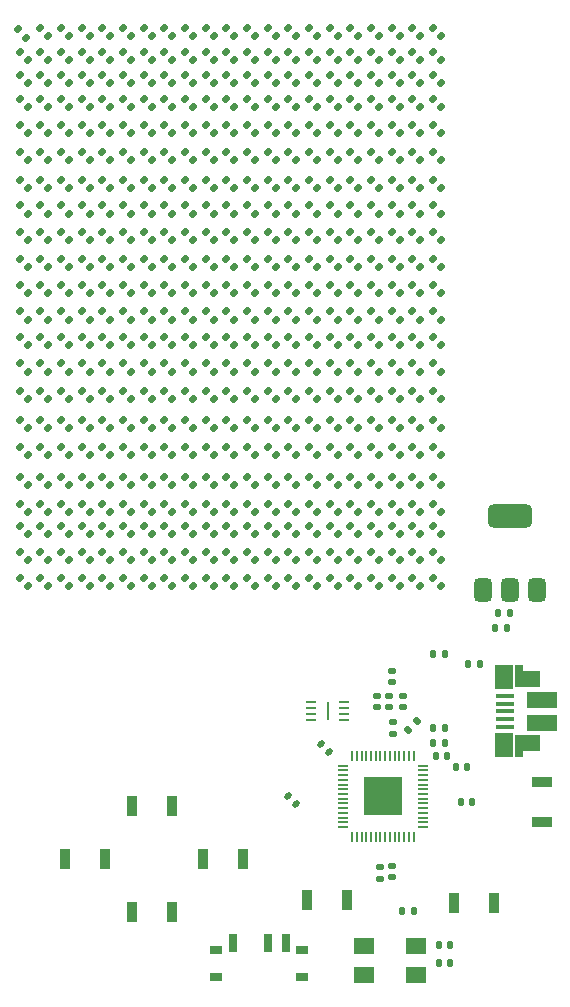
<source format=gbr>
%TF.GenerationSoftware,KiCad,Pcbnew,8.0.3*%
%TF.CreationDate,2024-08-11T15:35:29-05:00*%
%TF.ProjectId,tetrisBusinessCard,74657472-6973-4427-9573-696e65737343,rev?*%
%TF.SameCoordinates,Original*%
%TF.FileFunction,Paste,Top*%
%TF.FilePolarity,Positive*%
%FSLAX46Y46*%
G04 Gerber Fmt 4.6, Leading zero omitted, Abs format (unit mm)*
G04 Created by KiCad (PCBNEW 8.0.3) date 2024-08-11 15:35:29*
%MOMM*%
%LPD*%
G01*
G04 APERTURE LIST*
G04 Aperture macros list*
%AMRoundRect*
0 Rectangle with rounded corners*
0 $1 Rounding radius*
0 $2 $3 $4 $5 $6 $7 $8 $9 X,Y pos of 4 corners*
0 Add a 4 corners polygon primitive as box body*
4,1,4,$2,$3,$4,$5,$6,$7,$8,$9,$2,$3,0*
0 Add four circle primitives for the rounded corners*
1,1,$1+$1,$2,$3*
1,1,$1+$1,$4,$5*
1,1,$1+$1,$6,$7*
1,1,$1+$1,$8,$9*
0 Add four rect primitives between the rounded corners*
20,1,$1+$1,$2,$3,$4,$5,0*
20,1,$1+$1,$4,$5,$6,$7,0*
20,1,$1+$1,$6,$7,$8,$9,0*
20,1,$1+$1,$8,$9,$2,$3,0*%
G04 Aperture macros list end*
%ADD10C,0.000000*%
%ADD11RoundRect,0.147500X-0.226274X-0.017678X-0.017678X-0.226274X0.226274X0.017678X0.017678X0.226274X0*%
%ADD12RoundRect,0.140000X-0.219203X-0.021213X-0.021213X-0.219203X0.219203X0.021213X0.021213X0.219203X0*%
%ADD13RoundRect,0.140000X-0.170000X0.140000X-0.170000X-0.140000X0.170000X-0.140000X0.170000X0.140000X0*%
%ADD14RoundRect,0.135000X-0.185000X0.135000X-0.185000X-0.135000X0.185000X-0.135000X0.185000X0.135000X0*%
%ADD15RoundRect,0.140000X0.140000X0.170000X-0.140000X0.170000X-0.140000X-0.170000X0.140000X-0.170000X0*%
%ADD16R,1.800000X1.400000*%
%ADD17RoundRect,0.140000X-0.140000X-0.170000X0.140000X-0.170000X0.140000X0.170000X-0.140000X0.170000X0*%
%ADD18R,1.700000X0.900000*%
%ADD19R,0.812800X0.254000*%
%ADD20R,0.203200X1.600200*%
%ADD21R,0.900000X1.700000*%
%ADD22RoundRect,0.135000X0.135000X0.185000X-0.135000X0.185000X-0.135000X-0.185000X0.135000X-0.185000X0*%
%ADD23RoundRect,0.375000X0.375000X-0.625000X0.375000X0.625000X-0.375000X0.625000X-0.375000X-0.625000X0*%
%ADD24RoundRect,0.500000X1.400000X-0.500000X1.400000X0.500000X-1.400000X0.500000X-1.400000X-0.500000X0*%
%ADD25R,1.000000X0.800000*%
%ADD26R,0.700000X1.500000*%
%ADD27R,0.812800X0.177800*%
%ADD28R,0.177800X0.812800*%
%ADD29R,3.200400X3.200400*%
%ADD30RoundRect,0.135000X-0.035355X0.226274X-0.226274X0.035355X0.035355X-0.226274X0.226274X-0.035355X0*%
%ADD31R,1.650000X0.400000*%
%ADD32R,0.700000X1.825000*%
%ADD33R,1.500000X2.000000*%
%ADD34R,2.000000X1.350000*%
%ADD35R,2.500000X1.430000*%
%ADD36RoundRect,0.140000X0.219203X0.021213X0.021213X0.219203X-0.219203X-0.021213X-0.021213X-0.219203X0*%
%ADD37RoundRect,0.135000X-0.135000X-0.185000X0.135000X-0.185000X0.135000X0.185000X-0.135000X0.185000X0*%
%ADD38RoundRect,0.140000X0.170000X-0.140000X0.170000X0.140000X-0.170000X0.140000X-0.170000X-0.140000X0*%
G04 APERTURE END LIST*
D10*
%TO.C,U1*%
G36*
X206400000Y-86900000D02*
G01*
X204999800Y-86900000D01*
X204999800Y-85499800D01*
X206400000Y-85499800D01*
X206400000Y-86900000D01*
G37*
G36*
X206400000Y-88500200D02*
G01*
X204999800Y-88500200D01*
X204999800Y-87100000D01*
X206400000Y-87100000D01*
X206400000Y-88500200D01*
G37*
G36*
X208000200Y-86900000D02*
G01*
X206600000Y-86900000D01*
X206600000Y-85499800D01*
X208000200Y-85499800D01*
X208000200Y-86900000D01*
G37*
G36*
X208000200Y-88500200D02*
G01*
X206600000Y-88500200D01*
X206600000Y-87100000D01*
X208000200Y-87100000D01*
X208000200Y-88500200D01*
G37*
%TD*%
D11*
%TO.C,D56*%
X187990138Y-25942638D03*
X188676032Y-26628532D03*
%TD*%
%TO.C,D198*%
X196740138Y-41467638D03*
X197426032Y-42153532D03*
%TD*%
%TO.C,D290*%
X182740138Y-50347638D03*
X183426032Y-51033532D03*
%TD*%
%TO.C,D232*%
X210740138Y-45942638D03*
X211426032Y-46628532D03*
%TD*%
%TO.C,D68*%
X203740138Y-27967638D03*
X204426032Y-28653532D03*
%TD*%
%TO.C,D434*%
X187990138Y-66277638D03*
X188676032Y-66963532D03*
%TD*%
%TO.C,D57*%
X186240138Y-25942638D03*
X186926032Y-26628532D03*
%TD*%
%TO.C,D58*%
X184490138Y-25942638D03*
X185176032Y-26628532D03*
%TD*%
%TO.C,D74*%
X193240138Y-27967638D03*
X193926032Y-28653532D03*
%TD*%
%TO.C,D28*%
X200240138Y-23967638D03*
X200926032Y-24653532D03*
%TD*%
%TO.C,D430*%
X194990138Y-66277638D03*
X195676032Y-66963532D03*
%TD*%
%TO.C,D24*%
X207240138Y-23967638D03*
X207926032Y-24653532D03*
%TD*%
%TO.C,D22*%
X210740138Y-23967638D03*
X211426032Y-24653532D03*
%TD*%
D12*
%TO.C,C9*%
X201267642Y-82567642D03*
X201946464Y-83246464D03*
%TD*%
D11*
%TO.C,D242*%
X193240138Y-45942638D03*
X193926032Y-46628532D03*
%TD*%
%TO.C,D390*%
X191490138Y-62217638D03*
X192176032Y-62903532D03*
%TD*%
%TO.C,D264*%
X191490138Y-48122638D03*
X192176032Y-48808532D03*
%TD*%
%TO.C,D190*%
X210740138Y-41467638D03*
X211426032Y-42153532D03*
%TD*%
%TO.C,D399*%
X175740138Y-62217638D03*
X176426032Y-62903532D03*
%TD*%
%TO.C,D324*%
X196740138Y-55122638D03*
X197426032Y-55808532D03*
%TD*%
%TO.C,D302*%
X198490138Y-52692638D03*
X199176032Y-53378532D03*
%TD*%
%TO.C,D334*%
X179240138Y-55122638D03*
X179926032Y-55808532D03*
%TD*%
%TO.C,D201*%
X191490138Y-41467638D03*
X192176032Y-42153532D03*
%TD*%
%TO.C,D202*%
X189740138Y-41467638D03*
X190426032Y-42153532D03*
%TD*%
D13*
%TO.C,C12*%
X207250000Y-92885000D03*
X207250000Y-93845000D03*
%TD*%
D11*
%TO.C,D426*%
X201990138Y-66277638D03*
X202676032Y-66963532D03*
%TD*%
D14*
%TO.C,R1*%
X207400000Y-80680000D03*
X207400000Y-81700000D03*
%TD*%
D11*
%TO.C,D180*%
X191490138Y-39217638D03*
X192176032Y-39903532D03*
%TD*%
%TO.C,D452*%
X193240138Y-68467638D03*
X193926032Y-69153532D03*
%TD*%
%TO.C,D90*%
X201990138Y-30122638D03*
X202676032Y-30808532D03*
%TD*%
%TO.C,D384*%
X201990138Y-62217638D03*
X202676032Y-62903532D03*
%TD*%
%TO.C,D422*%
X208990138Y-66277638D03*
X209676032Y-66963532D03*
%TD*%
D15*
%TO.C,C1*%
X211930000Y-83550000D03*
X210970000Y-83550000D03*
%TD*%
D11*
%TO.C,D411*%
X191490138Y-64077638D03*
X192176032Y-64763532D03*
%TD*%
%TO.C,D4*%
X205490138Y-21942638D03*
X206176032Y-22628532D03*
%TD*%
%TO.C,D355*%
X179240138Y-57442638D03*
X179926032Y-58128532D03*
%TD*%
%TO.C,D98*%
X187990138Y-30122638D03*
X188676032Y-30808532D03*
%TD*%
%TO.C,D361*%
X205490138Y-59967638D03*
X206176032Y-60653532D03*
%TD*%
%TO.C,D366*%
X196740138Y-59967638D03*
X197426032Y-60653532D03*
%TD*%
%TO.C,D27*%
X201990138Y-23967638D03*
X202676032Y-24653532D03*
%TD*%
D16*
%TO.C,Y1*%
X209300000Y-99700000D03*
X204900000Y-99700000D03*
X204900000Y-102100000D03*
X209300000Y-102100000D03*
%TD*%
D11*
%TO.C,D52*%
X194990139Y-25942637D03*
X195676033Y-26628531D03*
%TD*%
%TO.C,D26*%
X203740138Y-23967638D03*
X204426032Y-24653532D03*
%TD*%
%TO.C,D34*%
X189740138Y-23967638D03*
X190426032Y-24653532D03*
%TD*%
%TO.C,D197*%
X198490138Y-41467638D03*
X199176032Y-42153532D03*
%TD*%
%TO.C,D185*%
X182740138Y-39217638D03*
X183426032Y-39903532D03*
%TD*%
%TO.C,D30*%
X196740138Y-23967638D03*
X197426032Y-24653532D03*
%TD*%
D17*
%TO.C,C16*%
X211220000Y-101100000D03*
X212180000Y-101100000D03*
%TD*%
D11*
%TO.C,D450*%
X196740138Y-68467638D03*
X197426032Y-69153532D03*
%TD*%
%TO.C,D453*%
X191490138Y-68467638D03*
X192176032Y-69153532D03*
%TD*%
%TO.C,D326*%
X193240138Y-55122638D03*
X193926032Y-55808532D03*
%TD*%
%TO.C,D273*%
X175740138Y-48122638D03*
X176426032Y-48808532D03*
%TD*%
%TO.C,D279*%
X201990138Y-50347638D03*
X202676032Y-51033532D03*
%TD*%
%TO.C,D266*%
X187990138Y-48122638D03*
X188676032Y-48808532D03*
%TD*%
%TO.C,D121*%
X184490138Y-32442638D03*
X185176032Y-33128532D03*
%TD*%
D13*
%TO.C,C3*%
X208200000Y-78470000D03*
X208200000Y-79430000D03*
%TD*%
D11*
%TO.C,D269*%
X182740138Y-48122638D03*
X183426032Y-48808532D03*
%TD*%
%TO.C,D192*%
X207240138Y-41467638D03*
X207926032Y-42153532D03*
%TD*%
%TO.C,D109*%
X205490138Y-32442638D03*
X206176032Y-33128532D03*
%TD*%
%TO.C,D368*%
X193240138Y-59967638D03*
X193926032Y-60653532D03*
%TD*%
%TO.C,D14*%
X187990138Y-21942638D03*
X188676032Y-22628532D03*
%TD*%
%TO.C,D41*%
X177490138Y-23967638D03*
X178176032Y-24653532D03*
%TD*%
D18*
%TO.C,SW8*%
X220000000Y-85800000D03*
X220000000Y-89200000D03*
%TD*%
D11*
%TO.C,D439*%
X179240138Y-66267638D03*
X179926032Y-66953532D03*
%TD*%
%TO.C,D223*%
X189740138Y-43717638D03*
X190426032Y-44403532D03*
%TD*%
%TO.C,D437*%
X182740138Y-66277638D03*
X183426032Y-66963532D03*
%TD*%
%TO.C,D80*%
X182740139Y-27967637D03*
X183426033Y-28653531D03*
%TD*%
%TO.C,D50*%
X198490138Y-25942638D03*
X199176032Y-26628532D03*
%TD*%
%TO.C,D63*%
X175740138Y-25942638D03*
X176426032Y-26628532D03*
%TD*%
%TO.C,D275*%
X208990138Y-50347638D03*
X209676032Y-51033532D03*
%TD*%
%TO.C,D208*%
X179240138Y-41467638D03*
X179926032Y-42153532D03*
%TD*%
%TO.C,D292*%
X179240138Y-50347638D03*
X179926032Y-51033532D03*
%TD*%
%TO.C,D147*%
X175740138Y-34777638D03*
X176426032Y-35463532D03*
%TD*%
%TO.C,D195*%
X201990138Y-41467638D03*
X202676032Y-42153532D03*
%TD*%
%TO.C,D351*%
X186240138Y-57442638D03*
X186926032Y-58128532D03*
%TD*%
%TO.C,D99*%
X186240138Y-30122638D03*
X186926032Y-30808532D03*
%TD*%
%TO.C,D59*%
X182740138Y-25942638D03*
X183426032Y-26628532D03*
%TD*%
%TO.C,D379*%
X210740138Y-62217638D03*
X211426032Y-62903532D03*
%TD*%
%TO.C,D376*%
X179240138Y-59967638D03*
X179926032Y-60653532D03*
%TD*%
%TO.C,D342*%
X201990138Y-57442638D03*
X202676032Y-58128532D03*
%TD*%
%TO.C,D409*%
X194990138Y-64077638D03*
X195676032Y-64763532D03*
%TD*%
%TO.C,D333*%
X180990138Y-55122638D03*
X181676032Y-55808532D03*
%TD*%
%TO.C,D220*%
X194990138Y-43717638D03*
X195676032Y-44403532D03*
%TD*%
%TO.C,D268*%
X184490138Y-48122638D03*
X185176032Y-48808532D03*
%TD*%
%TO.C,D35*%
X187990138Y-23967638D03*
X188676032Y-24653532D03*
%TD*%
%TO.C,D20*%
X177490138Y-21942638D03*
X178176032Y-22628532D03*
%TD*%
%TO.C,D295*%
X210740138Y-52692638D03*
X211426032Y-53378532D03*
%TD*%
%TO.C,D436*%
X184490138Y-66277638D03*
X185176032Y-66963532D03*
%TD*%
%TO.C,D454*%
X189740138Y-68467638D03*
X190426032Y-69153532D03*
%TD*%
D19*
%TO.C,U2*%
X200453200Y-78999999D03*
X200453200Y-79500000D03*
X200453200Y-80000000D03*
X200453200Y-80500001D03*
X203250000Y-80500001D03*
X203250000Y-80000000D03*
X203250000Y-79500000D03*
X203250000Y-78999999D03*
D20*
X201851600Y-79750000D03*
%TD*%
D11*
%TO.C,D116*%
X193240138Y-32442638D03*
X193926032Y-33128532D03*
%TD*%
%TO.C,D156*%
X196740138Y-36967638D03*
X197426032Y-37653532D03*
%TD*%
%TO.C,D120*%
X186240138Y-32442638D03*
X186926032Y-33128532D03*
%TD*%
%TO.C,D174*%
X201990138Y-39217638D03*
X202676032Y-39903532D03*
%TD*%
%TO.C,D66*%
X207240138Y-27967638D03*
X207926032Y-28653532D03*
%TD*%
%TO.C,D327*%
X191490138Y-55122638D03*
X192176032Y-55808532D03*
%TD*%
%TO.C,D134*%
X198490138Y-34777638D03*
X199176032Y-35463532D03*
%TD*%
%TO.C,D312*%
X180990138Y-52692638D03*
X181676032Y-53378532D03*
%TD*%
%TO.C,D33*%
X191490138Y-23967638D03*
X192176032Y-24653532D03*
%TD*%
%TO.C,D424*%
X205490138Y-66277638D03*
X206176032Y-66963532D03*
%TD*%
%TO.C,D241*%
X194990138Y-45942638D03*
X195676032Y-46628532D03*
%TD*%
%TO.C,D435*%
X186240138Y-66277638D03*
X186926032Y-66963532D03*
%TD*%
%TO.C,D86*%
X208990138Y-30122638D03*
X209676032Y-30808532D03*
%TD*%
%TO.C,D429*%
X196740138Y-66277638D03*
X197426032Y-66963532D03*
%TD*%
%TO.C,D393*%
X186240138Y-62217638D03*
X186926032Y-62903532D03*
%TD*%
%TO.C,D39*%
X180990138Y-23967638D03*
X181676032Y-24653532D03*
%TD*%
%TO.C,D154*%
X200240138Y-36967638D03*
X200926032Y-37653532D03*
%TD*%
D21*
%TO.C,SW5*%
X203499999Y-95750000D03*
X200099999Y-95750000D03*
%TD*%
D11*
%TO.C,D224*%
X187990138Y-43717638D03*
X188676032Y-44403532D03*
%TD*%
%TO.C,D389*%
X193240138Y-62217638D03*
X193926032Y-62903532D03*
%TD*%
%TO.C,D408*%
X196740138Y-64077638D03*
X197426032Y-64763532D03*
%TD*%
%TO.C,D75*%
X191490138Y-27967638D03*
X192176032Y-28653532D03*
%TD*%
%TO.C,D319*%
X205490138Y-55122638D03*
X206176032Y-55808532D03*
%TD*%
%TO.C,D303*%
X196740138Y-52692638D03*
X197426032Y-53378532D03*
%TD*%
%TO.C,D46*%
X205490138Y-25942638D03*
X206176032Y-26628532D03*
%TD*%
%TO.C,D449*%
X198490138Y-68467638D03*
X199176032Y-69153532D03*
%TD*%
%TO.C,D247*%
X184490138Y-45942638D03*
X185176032Y-46628532D03*
%TD*%
%TO.C,D136*%
X194990138Y-34777638D03*
X195676032Y-35463532D03*
%TD*%
%TO.C,D455*%
X187990138Y-68467638D03*
X188676032Y-69153532D03*
%TD*%
%TO.C,D225*%
X186240138Y-43717638D03*
X186926032Y-44403532D03*
%TD*%
D22*
%TO.C,R4*%
X211760000Y-74950000D03*
X210740000Y-74950000D03*
%TD*%
D11*
%TO.C,D441*%
X175740138Y-66277638D03*
X176426032Y-66963532D03*
%TD*%
%TO.C,D230*%
X177490138Y-43717638D03*
X178176032Y-44403532D03*
%TD*%
%TO.C,D205*%
X184490138Y-41467638D03*
X185176032Y-42153532D03*
%TD*%
%TO.C,D87*%
X207240138Y-30122638D03*
X207926032Y-30808532D03*
%TD*%
%TO.C,D128*%
X208990138Y-34777638D03*
X209676032Y-35463532D03*
%TD*%
%TO.C,D457*%
X184490138Y-68467638D03*
X185176032Y-69153532D03*
%TD*%
%TO.C,D459*%
X180990138Y-68467638D03*
X181676032Y-69153532D03*
%TD*%
%TO.C,D122*%
X182740138Y-32442638D03*
X183426032Y-33128532D03*
%TD*%
%TO.C,D343*%
X200240138Y-57442638D03*
X200926032Y-58128532D03*
%TD*%
%TO.C,D226*%
X184490138Y-43717638D03*
X185176032Y-44403532D03*
%TD*%
D23*
%TO.C,U3*%
X214950000Y-69550000D03*
X217250000Y-69550000D03*
D24*
X217250000Y-63250000D03*
D23*
X219550000Y-69550000D03*
%TD*%
D11*
%TO.C,D388*%
X194990138Y-62217638D03*
X195676032Y-62903532D03*
%TD*%
%TO.C,D307*%
X189740138Y-52692638D03*
X190426032Y-53378532D03*
%TD*%
%TO.C,D346*%
X194990138Y-57442638D03*
X195676032Y-58128532D03*
%TD*%
%TO.C,D328*%
X189740138Y-55122638D03*
X190426032Y-55808532D03*
%TD*%
%TO.C,D406*%
X200240138Y-64077638D03*
X200926032Y-64763532D03*
%TD*%
%TO.C,D25*%
X205490138Y-23967638D03*
X206176032Y-24653532D03*
%TD*%
%TO.C,D391*%
X189740138Y-62217638D03*
X190426032Y-62903532D03*
%TD*%
%TO.C,D298*%
X205490138Y-52692638D03*
X206176032Y-53378532D03*
%TD*%
%TO.C,D127*%
X210740138Y-34777638D03*
X211426032Y-35463532D03*
%TD*%
%TO.C,D15*%
X186240138Y-21942638D03*
X186926032Y-22628532D03*
%TD*%
%TO.C,D374*%
X182740138Y-59967638D03*
X183426032Y-60653532D03*
%TD*%
%TO.C,D55*%
X189740138Y-25942638D03*
X190426032Y-26628532D03*
%TD*%
%TO.C,D432*%
X191490138Y-66277638D03*
X192176032Y-66963532D03*
%TD*%
%TO.C,D341*%
X203740138Y-57442638D03*
X204426032Y-58128532D03*
%TD*%
%TO.C,D256*%
X205490138Y-48122638D03*
X206176032Y-48808532D03*
%TD*%
%TO.C,D217*%
X200240138Y-43717638D03*
X200926032Y-44403532D03*
%TD*%
D13*
%TO.C,C7*%
X205970000Y-78470000D03*
X205970000Y-79430000D03*
%TD*%
D11*
%TO.C,D321*%
X201990138Y-55122638D03*
X202676032Y-55808532D03*
%TD*%
%TO.C,D357*%
X175740138Y-57442638D03*
X176426032Y-58128532D03*
%TD*%
%TO.C,D182*%
X187990138Y-39217638D03*
X188676032Y-39903532D03*
%TD*%
%TO.C,D150*%
X207240138Y-36967638D03*
X207926032Y-37653532D03*
%TD*%
%TO.C,D73*%
X194990138Y-27967638D03*
X195676032Y-28653532D03*
%TD*%
%TO.C,D177*%
X196740138Y-39217638D03*
X197426032Y-39903532D03*
%TD*%
%TO.C,D138*%
X191490138Y-34777638D03*
X192176032Y-35463532D03*
%TD*%
%TO.C,D315*%
X175740138Y-52692638D03*
X176426032Y-53378532D03*
%TD*%
%TO.C,D283*%
X194990138Y-50347638D03*
X195676032Y-51033532D03*
%TD*%
%TO.C,D288*%
X186240138Y-50347638D03*
X186926032Y-51033532D03*
%TD*%
%TO.C,D70*%
X200240138Y-27967638D03*
X200926032Y-28653532D03*
%TD*%
%TO.C,D89*%
X203740138Y-30122638D03*
X204426032Y-30808532D03*
%TD*%
%TO.C,D311*%
X182740138Y-52692638D03*
X183426032Y-53378532D03*
%TD*%
%TO.C,D442*%
X210740138Y-68467638D03*
X211426032Y-69153532D03*
%TD*%
%TO.C,D304*%
X194990138Y-52692638D03*
X195676032Y-53378532D03*
%TD*%
%TO.C,D88*%
X205490138Y-30122638D03*
X206176032Y-30808532D03*
%TD*%
%TO.C,D293*%
X177490138Y-50347638D03*
X178176032Y-51033532D03*
%TD*%
D25*
%TO.C,SW7*%
X192400000Y-100045000D03*
X192400000Y-102255000D03*
X199700000Y-100045000D03*
X199700000Y-102255000D03*
D26*
X193800000Y-99395000D03*
X196800000Y-99395000D03*
X198300000Y-99395000D03*
%TD*%
D11*
%TO.C,D32*%
X193240138Y-23967638D03*
X193926032Y-24653532D03*
%TD*%
%TO.C,D253*%
X210740138Y-48122638D03*
X211426032Y-48808532D03*
%TD*%
%TO.C,D369*%
X191490138Y-59967638D03*
X192176032Y-60653532D03*
%TD*%
%TO.C,D461*%
X177490138Y-68467638D03*
X178176032Y-69153532D03*
%TD*%
%TO.C,D168*%
X175740138Y-36967638D03*
X176426032Y-37653532D03*
%TD*%
%TO.C,D65*%
X208990138Y-27967638D03*
X209676032Y-28653532D03*
%TD*%
%TO.C,D218*%
X198490138Y-43717638D03*
X199176032Y-44403532D03*
%TD*%
%TO.C,D123*%
X180990138Y-32442638D03*
X181676032Y-33128532D03*
%TD*%
%TO.C,D423*%
X207240138Y-66277638D03*
X207926032Y-66963532D03*
%TD*%
%TO.C,D214*%
X205490138Y-43717638D03*
X206176032Y-44403532D03*
%TD*%
%TO.C,D386*%
X198490138Y-62217638D03*
X199176032Y-62903532D03*
%TD*%
D21*
%TO.C,SW4*%
X188650000Y-96800000D03*
X185250000Y-96800000D03*
%TD*%
D11*
%TO.C,D31*%
X194990138Y-23967638D03*
X195676032Y-24653532D03*
%TD*%
%TO.C,D329*%
X187990138Y-55122638D03*
X188676032Y-55808532D03*
%TD*%
%TO.C,D448*%
X200240138Y-68467638D03*
X200926032Y-69153532D03*
%TD*%
%TO.C,D91*%
X200240138Y-30122638D03*
X200926032Y-30808532D03*
%TD*%
%TO.C,D29*%
X198490138Y-23967638D03*
X199176032Y-24653532D03*
%TD*%
%TO.C,D61*%
X179240138Y-25942638D03*
X179926032Y-26628532D03*
%TD*%
%TO.C,D111*%
X201990138Y-32442638D03*
X202676032Y-33128532D03*
%TD*%
%TO.C,D188*%
X177490138Y-39217638D03*
X178176032Y-39903532D03*
%TD*%
%TO.C,D316*%
X210740138Y-55122638D03*
X211426032Y-55808532D03*
%TD*%
%TO.C,D280*%
X200240138Y-50347638D03*
X200926032Y-51033532D03*
%TD*%
%TO.C,D373*%
X184490138Y-59967638D03*
X185176032Y-60653532D03*
%TD*%
%TO.C,D146*%
X177490138Y-34777638D03*
X178176032Y-35463532D03*
%TD*%
D17*
%TO.C,C15*%
X216270000Y-71500000D03*
X217230000Y-71500000D03*
%TD*%
D11*
%TO.C,D259*%
X200240138Y-48122638D03*
X200926032Y-48808532D03*
%TD*%
%TO.C,D349*%
X189740138Y-57442638D03*
X190426032Y-58128532D03*
%TD*%
%TO.C,D396*%
X180990138Y-62217638D03*
X181676032Y-62903532D03*
%TD*%
%TO.C,D405*%
X201990138Y-64077638D03*
X202676032Y-64763532D03*
%TD*%
%TO.C,D17*%
X182740138Y-21942638D03*
X183426032Y-22628532D03*
%TD*%
%TO.C,D79*%
X184490138Y-27967638D03*
X185176032Y-28653532D03*
%TD*%
%TO.C,D323*%
X198490138Y-55122638D03*
X199176032Y-55808532D03*
%TD*%
%TO.C,D285*%
X191490138Y-50347638D03*
X192176032Y-51033532D03*
%TD*%
%TO.C,D416*%
X182740138Y-64077638D03*
X183426032Y-64763532D03*
%TD*%
%TO.C,D53*%
X193240138Y-25942638D03*
X193926032Y-26628532D03*
%TD*%
%TO.C,D308*%
X187990138Y-52692638D03*
X188676032Y-53378532D03*
%TD*%
%TO.C,D428*%
X198490138Y-66277638D03*
X199176032Y-66963532D03*
%TD*%
%TO.C,D10*%
X194990138Y-21942638D03*
X195676032Y-22628532D03*
%TD*%
D13*
%TO.C,C10*%
X206250000Y-93000000D03*
X206250000Y-93960000D03*
%TD*%
D11*
%TO.C,D43*%
X210740138Y-25942638D03*
X211426032Y-26628532D03*
%TD*%
%TO.C,D335*%
X177490138Y-55122638D03*
X178176032Y-55808532D03*
%TD*%
%TO.C,D236*%
X203740138Y-45942638D03*
X204426032Y-46628532D03*
%TD*%
%TO.C,D395*%
X182740138Y-62217638D03*
X183426032Y-62903532D03*
%TD*%
%TO.C,D211*%
X210740138Y-43717638D03*
X211426032Y-44403532D03*
%TD*%
%TO.C,D103*%
X179240138Y-30122638D03*
X179926032Y-30808532D03*
%TD*%
%TO.C,D78*%
X186240138Y-27967638D03*
X186926032Y-28653532D03*
%TD*%
D27*
%TO.C,U1*%
X203096400Y-84400000D03*
X203096400Y-84799999D03*
X203096400Y-85200001D03*
X203096400Y-85600000D03*
X203096400Y-85999999D03*
X203096400Y-86400001D03*
X203096400Y-86800000D03*
X203096400Y-87200000D03*
X203096400Y-87599999D03*
X203096400Y-88000001D03*
X203096400Y-88400000D03*
X203096400Y-88799999D03*
X203096400Y-89200001D03*
X203096400Y-89600000D03*
D28*
X203900000Y-90403600D03*
X204299999Y-90403600D03*
X204700001Y-90403600D03*
X205100000Y-90403600D03*
X205499999Y-90403600D03*
X205900001Y-90403600D03*
X206300000Y-90403600D03*
X206700000Y-90403600D03*
X207099999Y-90403600D03*
X207500001Y-90403600D03*
X207900000Y-90403600D03*
X208299999Y-90403600D03*
X208700001Y-90403600D03*
X209100000Y-90403600D03*
D27*
X209903600Y-89600000D03*
X209903600Y-89200001D03*
X209903600Y-88799999D03*
X209903600Y-88400000D03*
X209903600Y-88000001D03*
X209903600Y-87599999D03*
X209903600Y-87200000D03*
X209903600Y-86800000D03*
X209903600Y-86400001D03*
X209903600Y-85999999D03*
X209903600Y-85600000D03*
X209903600Y-85200001D03*
X209903600Y-84799999D03*
X209903600Y-84400000D03*
D28*
X209100000Y-83596400D03*
X208700001Y-83596400D03*
X208299999Y-83596400D03*
X207900000Y-83596400D03*
X207500001Y-83596400D03*
X207099999Y-83596400D03*
X206700000Y-83596400D03*
X206300000Y-83596400D03*
X205900001Y-83596400D03*
X205499999Y-83596400D03*
X205100000Y-83596400D03*
X204700001Y-83596400D03*
X204299999Y-83596400D03*
X203900000Y-83596400D03*
D29*
X206500000Y-87000000D03*
%TD*%
D11*
%TO.C,D446*%
X203740138Y-68467638D03*
X204426032Y-69153532D03*
%TD*%
%TO.C,D229*%
X179240138Y-43717638D03*
X179926032Y-44403532D03*
%TD*%
%TO.C,D277*%
X205490138Y-50347638D03*
X206176032Y-51033532D03*
%TD*%
%TO.C,D344*%
X198490138Y-57442638D03*
X199176032Y-58128532D03*
%TD*%
%TO.C,D272*%
X177490138Y-48122638D03*
X178176032Y-48808532D03*
%TD*%
%TO.C,D155*%
X198490138Y-36967638D03*
X199176032Y-37653532D03*
%TD*%
%TO.C,D289*%
X184490138Y-50347638D03*
X185176032Y-51033532D03*
%TD*%
%TO.C,D184*%
X184490138Y-39217638D03*
X185176032Y-39903532D03*
%TD*%
%TO.C,D84*%
X175740138Y-27967638D03*
X176426032Y-28653532D03*
%TD*%
%TO.C,D200*%
X193240138Y-41467638D03*
X193926032Y-42153532D03*
%TD*%
%TO.C,D131*%
X203740138Y-34777638D03*
X204426032Y-35463532D03*
%TD*%
%TO.C,D96*%
X191490138Y-30122638D03*
X192176032Y-30808532D03*
%TD*%
%TO.C,D250*%
X179240138Y-45942638D03*
X179926032Y-46628532D03*
%TD*%
%TO.C,D415*%
X184490138Y-64077638D03*
X185176032Y-64763532D03*
%TD*%
%TO.C,D114*%
X196740138Y-32442638D03*
X197426032Y-33128532D03*
%TD*%
%TO.C,D49*%
X200240138Y-25942638D03*
X200926032Y-26628532D03*
%TD*%
%TO.C,D309*%
X186240138Y-52692638D03*
X186926032Y-53378532D03*
%TD*%
%TO.C,D82*%
X179240138Y-27967638D03*
X179926032Y-28653532D03*
%TD*%
%TO.C,D417*%
X180990138Y-64077638D03*
X181676032Y-64763532D03*
%TD*%
%TO.C,D340*%
X205490138Y-57442638D03*
X206176032Y-58128532D03*
%TD*%
%TO.C,D380*%
X208990138Y-62217638D03*
X209676032Y-62903532D03*
%TD*%
%TO.C,D166*%
X179240138Y-36967638D03*
X179926032Y-37653532D03*
%TD*%
%TO.C,D276*%
X207240138Y-50347638D03*
X207926032Y-51033532D03*
%TD*%
%TO.C,D331*%
X184490138Y-55122638D03*
X185176032Y-55808532D03*
%TD*%
%TO.C,D402*%
X207240138Y-64077638D03*
X207926032Y-64763532D03*
%TD*%
%TO.C,D97*%
X189740138Y-30122638D03*
X190426032Y-30808532D03*
%TD*%
%TO.C,D458*%
X182740138Y-68467638D03*
X183426032Y-69153532D03*
%TD*%
%TO.C,D284*%
X193240138Y-50347638D03*
X193926032Y-51033532D03*
%TD*%
%TO.C,D400*%
X210740138Y-64077638D03*
X211426032Y-64763532D03*
%TD*%
%TO.C,D233*%
X208990138Y-45942638D03*
X209676032Y-46628532D03*
%TD*%
%TO.C,D113*%
X198490138Y-32442638D03*
X199176032Y-33128532D03*
%TD*%
%TO.C,D421*%
X210740138Y-66277638D03*
X211426032Y-66963532D03*
%TD*%
%TO.C,D301*%
X200240138Y-52692638D03*
X200926032Y-53378532D03*
%TD*%
D30*
%TO.C,R2*%
X209360624Y-80639376D03*
X208639376Y-81360624D03*
%TD*%
D17*
%TO.C,C14*%
X216020000Y-72750000D03*
X216980000Y-72750000D03*
%TD*%
D11*
%TO.C,D141*%
X186240138Y-34777638D03*
X186926032Y-35463532D03*
%TD*%
%TO.C,D69*%
X201990138Y-27967638D03*
X202676032Y-28653532D03*
%TD*%
D21*
%TO.C,SW6*%
X215900000Y-96000000D03*
X212500000Y-96000000D03*
%TD*%
D11*
%TO.C,D105*%
X175740138Y-30122638D03*
X176426032Y-30808532D03*
%TD*%
%TO.C,D215*%
X203740138Y-43717638D03*
X204426032Y-44403532D03*
%TD*%
%TO.C,D350*%
X187990138Y-57442638D03*
X188676032Y-58128532D03*
%TD*%
%TO.C,D92*%
X198490138Y-30122638D03*
X199176032Y-30808532D03*
%TD*%
%TO.C,D403*%
X205490138Y-64077638D03*
X206176032Y-64763532D03*
%TD*%
%TO.C,D194*%
X203740138Y-41467638D03*
X204426032Y-42153532D03*
%TD*%
%TO.C,D222*%
X191490138Y-43717638D03*
X192176032Y-44403532D03*
%TD*%
%TO.C,D142*%
X184490138Y-34777638D03*
X185176032Y-35463532D03*
%TD*%
%TO.C,D101*%
X182740138Y-30122638D03*
X183426032Y-30808532D03*
%TD*%
%TO.C,D167*%
X177490138Y-36967638D03*
X178176032Y-37653532D03*
%TD*%
%TO.C,D162*%
X186240138Y-36967638D03*
X186926032Y-37653532D03*
%TD*%
%TO.C,D317*%
X208990138Y-55122638D03*
X209676032Y-55808532D03*
%TD*%
%TO.C,D320*%
X203740138Y-55122638D03*
X204426032Y-55808532D03*
%TD*%
%TO.C,D413*%
X187990138Y-64077638D03*
X188676032Y-64763532D03*
%TD*%
%TO.C,D1*%
X210740138Y-21942638D03*
X211426032Y-22628532D03*
%TD*%
D21*
%TO.C,SW3*%
X194650000Y-92300000D03*
X191250000Y-92300000D03*
%TD*%
D11*
%TO.C,D193*%
X205490138Y-41467638D03*
X206176032Y-42153532D03*
%TD*%
%TO.C,D265*%
X189740138Y-48122638D03*
X190426032Y-48808532D03*
%TD*%
%TO.C,D433*%
X189740138Y-66277638D03*
X190426032Y-66963532D03*
%TD*%
%TO.C,D104*%
X177490138Y-30122638D03*
X178176032Y-30808532D03*
%TD*%
%TO.C,D67*%
X205490138Y-27967638D03*
X206176032Y-28653532D03*
%TD*%
%TO.C,D171*%
X207240138Y-39217638D03*
X207926032Y-39903532D03*
%TD*%
%TO.C,D8*%
X198490138Y-21942638D03*
X199176032Y-22628532D03*
%TD*%
%TO.C,D157*%
X194990138Y-36967638D03*
X195676032Y-37653532D03*
%TD*%
D15*
%TO.C,C4*%
X213630000Y-84550000D03*
X212670000Y-84550000D03*
%TD*%
D11*
%TO.C,D257*%
X203740138Y-48122638D03*
X204426032Y-48808532D03*
%TD*%
D21*
%TO.C,SW1*%
X188650000Y-87800000D03*
X185250000Y-87800000D03*
%TD*%
D11*
%TO.C,D336*%
X175740138Y-55122638D03*
X176426032Y-55808532D03*
%TD*%
%TO.C,D252*%
X175740138Y-45942638D03*
X176426032Y-46628532D03*
%TD*%
%TO.C,D115*%
X194990138Y-32442638D03*
X195676032Y-33128532D03*
%TD*%
%TO.C,D186*%
X180990138Y-39217638D03*
X181676032Y-39903532D03*
%TD*%
%TO.C,D278*%
X203740138Y-50347638D03*
X204426032Y-51033532D03*
%TD*%
%TO.C,D152*%
X203740138Y-36967638D03*
X204426032Y-37653532D03*
%TD*%
%TO.C,D204*%
X186240138Y-41467638D03*
X186926032Y-42153532D03*
%TD*%
%TO.C,D296*%
X208990138Y-52692638D03*
X209676032Y-53378532D03*
%TD*%
D15*
%TO.C,C5*%
X214080000Y-87500000D03*
X213120000Y-87500000D03*
%TD*%
D11*
%TO.C,D165*%
X180990138Y-36967638D03*
X181676032Y-37653532D03*
%TD*%
%TO.C,D363*%
X201990138Y-59967638D03*
X202676032Y-60653532D03*
%TD*%
%TO.C,D189*%
X175740138Y-39217638D03*
X176426032Y-39903532D03*
%TD*%
%TO.C,D175*%
X200240138Y-39217638D03*
X200926032Y-39903532D03*
%TD*%
%TO.C,D228*%
X180990138Y-43717638D03*
X181676032Y-44403532D03*
%TD*%
%TO.C,D348*%
X191490138Y-57442638D03*
X192176032Y-58128532D03*
%TD*%
%TO.C,D300*%
X201990138Y-52692638D03*
X202676032Y-53378532D03*
%TD*%
%TO.C,D62*%
X177490138Y-25942638D03*
X178176032Y-26628532D03*
%TD*%
%TO.C,D149*%
X208990138Y-36967638D03*
X209676032Y-37653532D03*
%TD*%
%TO.C,D140*%
X187990138Y-34777638D03*
X188676032Y-35463532D03*
%TD*%
D31*
%TO.C,J1*%
X216850000Y-81090000D03*
X216850000Y-80440000D03*
X216850000Y-79790000D03*
X216850000Y-79140000D03*
X216850000Y-78490000D03*
D32*
X218050000Y-82740000D03*
D33*
X216750000Y-82640000D03*
D34*
X218800000Y-82520000D03*
D35*
X220000000Y-80750000D03*
X220000000Y-78830000D03*
D34*
X218800000Y-77040000D03*
D33*
X216730000Y-76890000D03*
D32*
X218050000Y-76790000D03*
%TD*%
D11*
%TO.C,D213*%
X207240138Y-43717638D03*
X207926032Y-44403532D03*
%TD*%
%TO.C,D117*%
X191490138Y-32442638D03*
X192176032Y-33128532D03*
%TD*%
%TO.C,D110*%
X203740138Y-32442638D03*
X204426032Y-33128532D03*
%TD*%
%TO.C,D382*%
X205490138Y-62217638D03*
X206176032Y-62903532D03*
%TD*%
%TO.C,D356*%
X177490138Y-57442638D03*
X178176032Y-58128532D03*
%TD*%
%TO.C,D294*%
X175740138Y-50347638D03*
X176426032Y-51033532D03*
%TD*%
%TO.C,D392*%
X187990138Y-62217638D03*
X188676032Y-62903532D03*
%TD*%
%TO.C,D12*%
X191490138Y-21942638D03*
X192176032Y-22628532D03*
%TD*%
%TO.C,D270*%
X180990138Y-48122638D03*
X181676032Y-48808532D03*
%TD*%
%TO.C,D282*%
X196740138Y-50347638D03*
X197426032Y-51033532D03*
%TD*%
%TO.C,D431*%
X193240138Y-66277638D03*
X193926032Y-66963532D03*
%TD*%
D36*
%TO.C,C11*%
X199121911Y-87646464D03*
X198443089Y-86967642D03*
%TD*%
D11*
%TO.C,D129*%
X207240138Y-34777638D03*
X207926032Y-35463532D03*
%TD*%
%TO.C,D170*%
X208990138Y-39217638D03*
X209676032Y-39903532D03*
%TD*%
%TO.C,D372*%
X186240138Y-59967638D03*
X186926032Y-60653532D03*
%TD*%
%TO.C,D227*%
X182740138Y-43717638D03*
X183426032Y-44403532D03*
%TD*%
%TO.C,D45*%
X207240138Y-25942638D03*
X207926032Y-26628532D03*
%TD*%
%TO.C,D219*%
X196740138Y-43717638D03*
X197426032Y-44403532D03*
%TD*%
%TO.C,D297*%
X207240138Y-52692638D03*
X207926032Y-53378532D03*
%TD*%
%TO.C,D125*%
X177490138Y-32442638D03*
X178176032Y-33128532D03*
%TD*%
%TO.C,D398*%
X177490138Y-62217638D03*
X178176032Y-62903532D03*
%TD*%
%TO.C,D306*%
X191490138Y-52692638D03*
X192176032Y-53378532D03*
%TD*%
%TO.C,D126*%
X175740138Y-32442638D03*
X176426032Y-33128532D03*
%TD*%
%TO.C,D176*%
X198490138Y-39217638D03*
X199176032Y-39903532D03*
%TD*%
%TO.C,D83*%
X177490138Y-27967638D03*
X178176032Y-28653532D03*
%TD*%
%TO.C,D404*%
X203740138Y-64077638D03*
X204426032Y-64763532D03*
%TD*%
%TO.C,D370*%
X189740138Y-59967638D03*
X190426032Y-60653532D03*
%TD*%
%TO.C,D36*%
X186240138Y-23967638D03*
X186926032Y-24653532D03*
%TD*%
%TO.C,D72*%
X196740138Y-27967638D03*
X197426032Y-28653532D03*
%TD*%
%TO.C,D362*%
X203740138Y-59967638D03*
X204426032Y-60653532D03*
%TD*%
%TO.C,D71*%
X198490138Y-27967638D03*
X199176032Y-28653532D03*
%TD*%
%TO.C,D394*%
X184490138Y-62217638D03*
X185176032Y-62903532D03*
%TD*%
%TO.C,D451*%
X194990138Y-68467638D03*
X195676032Y-69153532D03*
%TD*%
%TO.C,D60*%
X180990138Y-25942638D03*
X181676032Y-26628532D03*
%TD*%
%TO.C,D77*%
X187990138Y-27967638D03*
X188676032Y-28653532D03*
%TD*%
%TO.C,D318*%
X207240138Y-55122638D03*
X207926032Y-55808532D03*
%TD*%
%TO.C,D255*%
X207240138Y-48122638D03*
X207926032Y-48808532D03*
%TD*%
%TO.C,D419*%
X177490138Y-64077638D03*
X178176032Y-64763532D03*
%TD*%
%TO.C,D444*%
X207240138Y-68467638D03*
X207926032Y-69153532D03*
%TD*%
%TO.C,D365*%
X198490138Y-59967638D03*
X199176032Y-60653532D03*
%TD*%
%TO.C,D345*%
X196740138Y-57442638D03*
X197426032Y-58128532D03*
%TD*%
D37*
%TO.C,R3*%
X213740000Y-75750000D03*
X214760000Y-75750000D03*
%TD*%
D11*
%TO.C,D286*%
X189740138Y-50347638D03*
X190426032Y-51033532D03*
%TD*%
%TO.C,D206*%
X182740138Y-41467638D03*
X183426032Y-42153532D03*
%TD*%
%TO.C,D18*%
X180990138Y-21942638D03*
X181676032Y-22628532D03*
%TD*%
%TO.C,D354*%
X180990138Y-57442638D03*
X181676032Y-58128532D03*
%TD*%
%TO.C,D325*%
X194990138Y-55122638D03*
X195676032Y-55808532D03*
%TD*%
%TO.C,D440*%
X177490138Y-66277638D03*
X178176032Y-66963532D03*
%TD*%
%TO.C,D209*%
X177490138Y-41467638D03*
X178176032Y-42153532D03*
%TD*%
%TO.C,D427*%
X200240138Y-66277638D03*
X200926032Y-66963532D03*
%TD*%
%TO.C,D169*%
X210740138Y-39217638D03*
X211426032Y-39903532D03*
%TD*%
%TO.C,D291*%
X180990138Y-50347638D03*
X181676032Y-51033532D03*
%TD*%
%TO.C,D124*%
X179240138Y-32442638D03*
X179926032Y-33128532D03*
%TD*%
%TO.C,D385*%
X200240138Y-62217638D03*
X200926032Y-62903532D03*
%TD*%
D38*
%TO.C,C13*%
X207250000Y-77312500D03*
X207250000Y-76352500D03*
%TD*%
D11*
%TO.C,D7*%
X200240138Y-21942638D03*
X200926032Y-22628532D03*
%TD*%
%TO.C,D139*%
X189740138Y-34777638D03*
X190426032Y-35463532D03*
%TD*%
%TO.C,D258*%
X201990138Y-48122638D03*
X202676032Y-48808532D03*
%TD*%
%TO.C,D95*%
X193240138Y-30122638D03*
X193926032Y-30808532D03*
%TD*%
%TO.C,D19*%
X179240138Y-21942638D03*
X179926032Y-22628532D03*
%TD*%
%TO.C,D371*%
X187990138Y-59967638D03*
X188676032Y-60653532D03*
%TD*%
%TO.C,D2*%
X208990138Y-21942638D03*
X209676032Y-22628532D03*
%TD*%
%TO.C,D418*%
X179240138Y-64077638D03*
X179926032Y-64763532D03*
%TD*%
%TO.C,D339*%
X207240138Y-57442638D03*
X207926032Y-58128532D03*
%TD*%
%TO.C,D76*%
X189740138Y-27967638D03*
X190426032Y-28653532D03*
%TD*%
%TO.C,D234*%
X207240138Y-45942638D03*
X207926032Y-46628532D03*
%TD*%
%TO.C,D358*%
X210740138Y-59967638D03*
X211426032Y-60653532D03*
%TD*%
D21*
%TO.C,SW2*%
X182950000Y-92300000D03*
X179550000Y-92300000D03*
%TD*%
D11*
%TO.C,D352*%
X184490138Y-57442638D03*
X185176032Y-58128532D03*
%TD*%
%TO.C,D337*%
X210740138Y-57442638D03*
X211426032Y-58128532D03*
%TD*%
%TO.C,D23*%
X208990138Y-23967638D03*
X209676032Y-24653532D03*
%TD*%
%TO.C,D159*%
X191490138Y-36967638D03*
X192176032Y-37653532D03*
%TD*%
%TO.C,D367*%
X194990138Y-59967638D03*
X195676032Y-60653532D03*
%TD*%
%TO.C,D37*%
X184490138Y-23967638D03*
X185176032Y-24653532D03*
%TD*%
%TO.C,D460*%
X179240138Y-68467638D03*
X179926032Y-69153532D03*
%TD*%
%TO.C,D381*%
X207240138Y-62217638D03*
X207926032Y-62903532D03*
%TD*%
%TO.C,D246*%
X186240138Y-45942638D03*
X186926032Y-46628532D03*
%TD*%
%TO.C,D310*%
X184490138Y-52692638D03*
X185176032Y-53378532D03*
%TD*%
%TO.C,D181*%
X189740138Y-39217638D03*
X190426032Y-39903532D03*
%TD*%
%TO.C,D251*%
X177490138Y-45942638D03*
X178176032Y-46628532D03*
%TD*%
%TO.C,D178*%
X194990138Y-39217638D03*
X195676032Y-39903532D03*
%TD*%
%TO.C,D305*%
X193240138Y-52692638D03*
X193926032Y-53378532D03*
%TD*%
%TO.C,D412*%
X189740138Y-64077638D03*
X190426032Y-64763532D03*
%TD*%
%TO.C,D6*%
X201990138Y-21942638D03*
X202676032Y-22628532D03*
%TD*%
%TO.C,D410*%
X193240138Y-64077638D03*
X193926032Y-64763532D03*
%TD*%
%TO.C,D172*%
X205490138Y-39217638D03*
X206176032Y-39903532D03*
%TD*%
%TO.C,D3*%
X207240138Y-21942638D03*
X207926032Y-22628532D03*
%TD*%
%TO.C,D274*%
X210740138Y-50347638D03*
X211426032Y-51033532D03*
%TD*%
%TO.C,D11*%
X193240138Y-21942638D03*
X193926032Y-22628532D03*
%TD*%
%TO.C,D353*%
X182740138Y-57442638D03*
X183426032Y-58128532D03*
%TD*%
D13*
%TO.C,C2*%
X207050000Y-78470000D03*
X207050000Y-79430000D03*
%TD*%
D11*
%TO.C,D314*%
X177490138Y-52692638D03*
X178176032Y-53378532D03*
%TD*%
%TO.C,D210*%
X175740138Y-41467638D03*
X176426032Y-42153532D03*
%TD*%
%TO.C,D173*%
X203740138Y-39217638D03*
X204426032Y-39903532D03*
%TD*%
%TO.C,D378*%
X175740138Y-59967638D03*
X176426032Y-60653532D03*
%TD*%
%TO.C,D364*%
X200240138Y-59967638D03*
X200926032Y-60653532D03*
%TD*%
%TO.C,D85*%
X210740138Y-30122638D03*
X211426032Y-30808532D03*
%TD*%
%TO.C,D106*%
X210740138Y-32442638D03*
X211426032Y-33128532D03*
%TD*%
%TO.C,D216*%
X201990138Y-43717638D03*
X202676032Y-44403532D03*
%TD*%
%TO.C,D347*%
X193240138Y-57442638D03*
X193926032Y-58128532D03*
%TD*%
%TO.C,D445*%
X205490138Y-68467638D03*
X206176032Y-69153532D03*
%TD*%
%TO.C,D456*%
X186240138Y-68467638D03*
X186926032Y-69153532D03*
%TD*%
%TO.C,D207*%
X180990138Y-41467638D03*
X181676032Y-42153532D03*
%TD*%
%TO.C,D40*%
X179240138Y-23967638D03*
X179926032Y-24653532D03*
%TD*%
%TO.C,D438*%
X180990138Y-66277638D03*
X181676032Y-66963532D03*
%TD*%
%TO.C,D231*%
X175740138Y-43717638D03*
X176426032Y-44403532D03*
%TD*%
%TO.C,D313*%
X179240138Y-52692638D03*
X179926032Y-53378532D03*
%TD*%
%TO.C,D179*%
X193240138Y-39217638D03*
X193926032Y-39903532D03*
%TD*%
%TO.C,D54*%
X191490138Y-25942638D03*
X192176032Y-26628532D03*
%TD*%
%TO.C,D407*%
X198490138Y-64077638D03*
X199176032Y-64763532D03*
%TD*%
%TO.C,D271*%
X179240138Y-48122638D03*
X179926032Y-48808532D03*
%TD*%
%TO.C,D153*%
X201990138Y-36967638D03*
X202676032Y-37653532D03*
%TD*%
%TO.C,D235*%
X205490138Y-45942638D03*
X206176032Y-46628532D03*
%TD*%
%TO.C,D244*%
X189740138Y-45942638D03*
X190426032Y-46628532D03*
%TD*%
%TO.C,D144*%
X180990138Y-34777638D03*
X181676032Y-35463532D03*
%TD*%
%TO.C,D262*%
X194990138Y-48122638D03*
X195676032Y-48808532D03*
%TD*%
%TO.C,D212*%
X208990138Y-43717638D03*
X209676032Y-44403532D03*
%TD*%
%TO.C,D196*%
X200240138Y-41467638D03*
X200926032Y-42153532D03*
%TD*%
%TO.C,D254*%
X208990138Y-48122638D03*
X209676032Y-48808532D03*
%TD*%
%TO.C,D238*%
X200240138Y-45942638D03*
X200926032Y-46628532D03*
%TD*%
D15*
%TO.C,C8*%
X211730000Y-82500000D03*
X210770000Y-82500000D03*
%TD*%
D11*
%TO.C,D377*%
X177490138Y-59967638D03*
X178176032Y-60653532D03*
%TD*%
%TO.C,D93*%
X196740138Y-30122638D03*
X197426032Y-30808532D03*
%TD*%
%TO.C,D447*%
X201990138Y-68467638D03*
X202676032Y-69153532D03*
%TD*%
%TO.C,D44*%
X208990138Y-25942638D03*
X209676032Y-26628532D03*
%TD*%
%TO.C,D199*%
X194990138Y-41467638D03*
X195676032Y-42153532D03*
%TD*%
%TO.C,D267*%
X186240138Y-48122638D03*
X186926032Y-48808532D03*
%TD*%
%TO.C,D281*%
X198490138Y-50347638D03*
X199176032Y-51033532D03*
%TD*%
%TO.C,D401*%
X208990138Y-64077638D03*
X209676032Y-64763532D03*
%TD*%
%TO.C,D383*%
X203740138Y-62217638D03*
X204426032Y-62903532D03*
%TD*%
%TO.C,D443*%
X208990138Y-68467638D03*
X209676032Y-69153532D03*
%TD*%
%TO.C,D51*%
X196740138Y-25942638D03*
X197426032Y-26628532D03*
%TD*%
%TO.C,D132*%
X201990138Y-34777638D03*
X202676032Y-35463532D03*
%TD*%
%TO.C,D239*%
X198490138Y-45942638D03*
X199176032Y-46628532D03*
%TD*%
%TO.C,D81*%
X180990138Y-27967638D03*
X181676032Y-28653532D03*
%TD*%
%TO.C,D237*%
X201990138Y-45942638D03*
X202676032Y-46628532D03*
%TD*%
%TO.C,D64*%
X210740138Y-27967638D03*
X211426032Y-28653532D03*
%TD*%
%TO.C,D48*%
X201990138Y-25942638D03*
X202676032Y-26628532D03*
%TD*%
%TO.C,D425*%
X203740138Y-66277638D03*
X204426032Y-66963532D03*
%TD*%
%TO.C,D151*%
X205490138Y-36967638D03*
X206176032Y-37653532D03*
%TD*%
%TO.C,D16*%
X184490138Y-21942638D03*
X185176032Y-22628532D03*
%TD*%
%TO.C,D203*%
X187990138Y-41467638D03*
X188676032Y-42153532D03*
%TD*%
%TO.C,D47*%
X203740138Y-25942638D03*
X204426032Y-26628532D03*
%TD*%
%TO.C,D163*%
X184490138Y-36967638D03*
X185176032Y-37653532D03*
%TD*%
%TO.C,D94*%
X194990138Y-30122638D03*
X195676032Y-30808532D03*
%TD*%
%TO.C,D221*%
X193240138Y-43717638D03*
X193926032Y-44403532D03*
%TD*%
%TO.C,D462*%
X175740138Y-68467638D03*
X176426032Y-69153532D03*
%TD*%
D15*
%TO.C,C6*%
X211745000Y-81250000D03*
X210785000Y-81250000D03*
%TD*%
D11*
%TO.C,D5*%
X203740138Y-21942638D03*
X204426032Y-22628532D03*
%TD*%
%TO.C,D148*%
X210740138Y-36967638D03*
X211426032Y-37653532D03*
%TD*%
%TO.C,D387*%
X196740138Y-62217638D03*
X197426032Y-62903532D03*
%TD*%
%TO.C,D130*%
X205490138Y-34777638D03*
X206176032Y-35463532D03*
%TD*%
%TO.C,D287*%
X187990138Y-50347638D03*
X188676032Y-51033532D03*
%TD*%
%TO.C,D158*%
X193240138Y-36967638D03*
X193926032Y-37653532D03*
%TD*%
%TO.C,D143*%
X182740138Y-34777638D03*
X183426032Y-35463532D03*
%TD*%
%TO.C,D164*%
X182740138Y-36967638D03*
X183426032Y-37653532D03*
%TD*%
%TO.C,D420*%
X175740138Y-64077638D03*
X176426032Y-64763532D03*
%TD*%
%TO.C,D299*%
X203740138Y-52692638D03*
X204426032Y-53378532D03*
%TD*%
%TO.C,D375*%
X180990138Y-59967638D03*
X181676032Y-60653532D03*
%TD*%
%TO.C,D9*%
X196740138Y-21942638D03*
X197426032Y-22628532D03*
%TD*%
%TO.C,D145*%
X179240138Y-34777638D03*
X179926032Y-35463532D03*
%TD*%
%TO.C,D260*%
X198490138Y-48122638D03*
X199176032Y-48808532D03*
%TD*%
%TO.C,D360*%
X207240138Y-59967638D03*
X207926032Y-60653532D03*
%TD*%
%TO.C,D133*%
X200240138Y-34777638D03*
X200926032Y-35463532D03*
%TD*%
%TO.C,D108*%
X207240138Y-32442638D03*
X207926032Y-33128532D03*
%TD*%
%TO.C,D191*%
X208990138Y-41467638D03*
X209676032Y-42153532D03*
%TD*%
%TO.C,D161*%
X187990138Y-36967638D03*
X188676032Y-37653532D03*
%TD*%
%TO.C,D38*%
X182740138Y-23967638D03*
X183426032Y-24653532D03*
%TD*%
%TO.C,D100*%
X184490138Y-30122638D03*
X185176032Y-30808532D03*
%TD*%
%TO.C,D245*%
X187990138Y-45942638D03*
X188676032Y-46628532D03*
%TD*%
%TO.C,D160*%
X189740138Y-36967638D03*
X190426032Y-37653532D03*
%TD*%
%TO.C,D414*%
X186240138Y-64077638D03*
X186926032Y-64763532D03*
%TD*%
D37*
%TO.C,R5*%
X208090000Y-96700000D03*
X209110000Y-96700000D03*
%TD*%
D11*
%TO.C,D338*%
X208990138Y-57442638D03*
X209676032Y-58128532D03*
%TD*%
%TO.C,D261*%
X196740138Y-48122638D03*
X197426032Y-48808532D03*
%TD*%
%TO.C,D107*%
X208990138Y-32442638D03*
X209676032Y-33128532D03*
%TD*%
%TO.C,D21*%
X175613101Y-22063101D03*
X176298995Y-22748995D03*
%TD*%
%TO.C,D187*%
X179240138Y-39217638D03*
X179926032Y-39903532D03*
%TD*%
%TO.C,D332*%
X182740138Y-55122638D03*
X183426032Y-55808532D03*
%TD*%
%TO.C,D135*%
X196740138Y-34777638D03*
X197426032Y-35463532D03*
%TD*%
%TO.C,D263*%
X193240138Y-48122638D03*
X193926032Y-48808532D03*
%TD*%
%TO.C,D248*%
X182740138Y-45942638D03*
X183426032Y-46628532D03*
%TD*%
%TO.C,D42*%
X175740138Y-23967638D03*
X176426032Y-24653532D03*
%TD*%
%TO.C,D102*%
X180990138Y-30122638D03*
X181676032Y-30808532D03*
%TD*%
%TO.C,D137*%
X193240138Y-34777638D03*
X193926032Y-35463532D03*
%TD*%
%TO.C,D119*%
X187990138Y-32442638D03*
X188676032Y-33128532D03*
%TD*%
%TO.C,D183*%
X186240138Y-39217638D03*
X186926032Y-39903532D03*
%TD*%
%TO.C,D359*%
X208990138Y-59967638D03*
X209676032Y-60653532D03*
%TD*%
%TO.C,D240*%
X196740138Y-45942638D03*
X197426032Y-46628532D03*
%TD*%
%TO.C,D243*%
X191490138Y-45942638D03*
X192176032Y-46628532D03*
%TD*%
%TO.C,D13*%
X189740138Y-21942638D03*
X190426032Y-22628532D03*
%TD*%
%TO.C,D330*%
X186240138Y-55122638D03*
X186926032Y-55808532D03*
%TD*%
%TO.C,D397*%
X179240138Y-62217638D03*
X179926032Y-62903532D03*
%TD*%
%TO.C,D118*%
X189740138Y-32442638D03*
X190426032Y-33128532D03*
%TD*%
%TO.C,D322*%
X200240138Y-55122638D03*
X200926032Y-55808532D03*
%TD*%
D17*
%TO.C,C17*%
X211220000Y-99600000D03*
X212180000Y-99600000D03*
%TD*%
D11*
%TO.C,D112*%
X200240138Y-32442638D03*
X200926032Y-33128532D03*
%TD*%
%TO.C,D249*%
X180990138Y-45942638D03*
X181676032Y-46628532D03*
%TD*%
M02*

</source>
